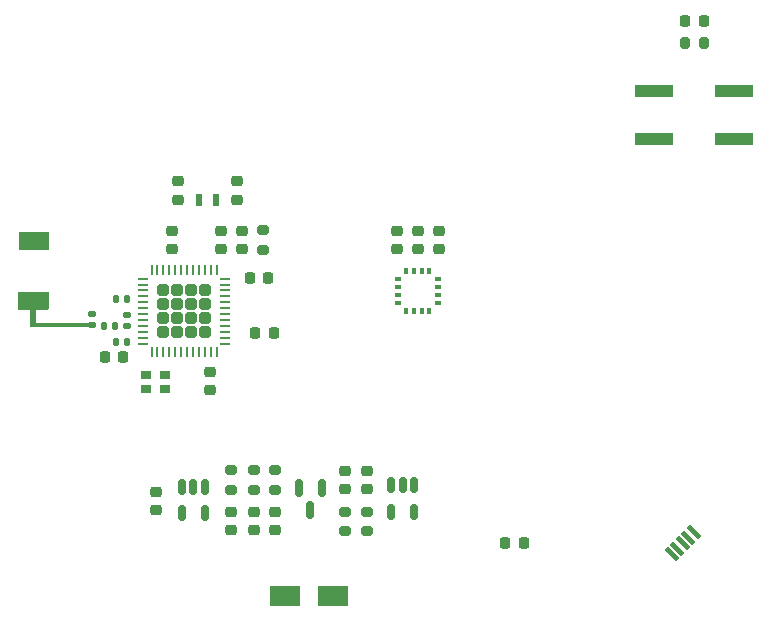
<source format=gbr>
%TF.GenerationSoftware,KiCad,Pcbnew,(6.0.1)*%
%TF.CreationDate,2022-03-12T16:33:18+00:00*%
%TF.ProjectId,Ball_Remote_Components,42616c6c-5f52-4656-9d6f-74655f436f6d,rev?*%
%TF.SameCoordinates,Original*%
%TF.FileFunction,Paste,Top*%
%TF.FilePolarity,Positive*%
%FSLAX46Y46*%
G04 Gerber Fmt 4.6, Leading zero omitted, Abs format (unit mm)*
G04 Created by KiCad (PCBNEW (6.0.1)) date 2022-03-12 16:33:18*
%MOMM*%
%LPD*%
G01*
G04 APERTURE LIST*
G04 Aperture macros list*
%AMRoundRect*
0 Rectangle with rounded corners*
0 $1 Rounding radius*
0 $2 $3 $4 $5 $6 $7 $8 $9 X,Y pos of 4 corners*
0 Add a 4 corners polygon primitive as box body*
4,1,4,$2,$3,$4,$5,$6,$7,$8,$9,$2,$3,0*
0 Add four circle primitives for the rounded corners*
1,1,$1+$1,$2,$3*
1,1,$1+$1,$4,$5*
1,1,$1+$1,$6,$7*
1,1,$1+$1,$8,$9*
0 Add four rect primitives between the rounded corners*
20,1,$1+$1,$2,$3,$4,$5,0*
20,1,$1+$1,$4,$5,$6,$7,0*
20,1,$1+$1,$6,$7,$8,$9,0*
20,1,$1+$1,$8,$9,$2,$3,0*%
%AMRotRect*
0 Rectangle, with rotation*
0 The origin of the aperture is its center*
0 $1 length*
0 $2 width*
0 $3 Rotation angle, in degrees counterclockwise*
0 Add horizontal line*
21,1,$1,$2,0,0,$3*%
%AMFreePoly0*
4,1,21,4.785355,0.185355,4.800000,0.150000,4.800000,-1.300000,5.800000,-1.300000,5.835355,-1.314645,5.850000,-1.350000,5.850000,-2.750000,5.835355,-2.785355,5.800000,-2.800000,3.300000,-2.800000,3.264645,-2.785355,3.250000,-2.750000,3.250000,-1.350000,3.264645,-1.314645,3.300000,-1.300000,4.300000,-1.300000,4.300000,-0.200000,-0.100000,-0.200000,-0.100000,0.200000,4.750000,0.200000,
4.785355,0.185355,4.785355,0.185355,$1*%
G04 Aperture macros list end*
%ADD10RoundRect,0.200000X-0.275000X0.200000X-0.275000X-0.200000X0.275000X-0.200000X0.275000X0.200000X0*%
%ADD11RoundRect,0.225000X0.225000X0.250000X-0.225000X0.250000X-0.225000X-0.250000X0.225000X-0.250000X0*%
%ADD12RoundRect,0.218750X-0.218750X-0.256250X0.218750X-0.256250X0.218750X0.256250X-0.218750X0.256250X0*%
%ADD13R,0.900000X0.800000*%
%ADD14RoundRect,0.225000X0.250000X-0.225000X0.250000X0.225000X-0.250000X0.225000X-0.250000X-0.225000X0*%
%ADD15RoundRect,0.225000X-0.250000X0.225000X-0.250000X-0.225000X0.250000X-0.225000X0.250000X0.225000X0*%
%ADD16RoundRect,0.150000X-0.150000X0.512500X-0.150000X-0.512500X0.150000X-0.512500X0.150000X0.512500X0*%
%ADD17RoundRect,0.200000X0.275000X-0.200000X0.275000X0.200000X-0.275000X0.200000X-0.275000X-0.200000X0*%
%ADD18RotRect,1.350000X0.400000X135.000000*%
%ADD19RoundRect,0.225000X-0.225000X-0.250000X0.225000X-0.250000X0.225000X0.250000X-0.225000X0.250000X0*%
%ADD20RoundRect,0.140000X0.170000X-0.140000X0.170000X0.140000X-0.170000X0.140000X-0.170000X-0.140000X0*%
%ADD21RoundRect,0.200000X0.200000X0.275000X-0.200000X0.275000X-0.200000X-0.275000X0.200000X-0.275000X0*%
%ADD22RoundRect,0.062500X-0.375000X0.062500X-0.375000X-0.062500X0.375000X-0.062500X0.375000X0.062500X0*%
%ADD23RoundRect,0.062500X-0.062500X0.375000X-0.062500X-0.375000X0.062500X-0.375000X0.062500X0.375000X0*%
%ADD24RoundRect,0.249323X-0.249323X0.249323X-0.249323X-0.249323X0.249323X-0.249323X0.249323X0.249323X0*%
%ADD25R,3.200000X1.000000*%
%ADD26R,2.500000X1.800000*%
%ADD27RoundRect,0.150000X-0.150000X0.587500X-0.150000X-0.587500X0.150000X-0.587500X0.150000X0.587500X0*%
%ADD28RoundRect,0.147500X0.147500X0.172500X-0.147500X0.172500X-0.147500X-0.172500X0.147500X-0.172500X0*%
%ADD29RoundRect,0.140000X0.140000X0.170000X-0.140000X0.170000X-0.140000X-0.170000X0.140000X-0.170000X0*%
%ADD30RoundRect,0.100000X-0.100000X-0.175000X0.100000X-0.175000X0.100000X0.175000X-0.100000X0.175000X0*%
%ADD31RoundRect,0.100000X-0.175000X-0.100000X0.175000X-0.100000X0.175000X0.100000X-0.175000X0.100000X0*%
%ADD32R,2.600000X1.500000*%
%ADD33FreePoly0,180.000000*%
%ADD34R,0.600000X1.100000*%
G04 APERTURE END LIST*
D10*
%TO.C,R5*%
X132200000Y-121975000D03*
X132200000Y-123625000D03*
%TD*%
D11*
%TO.C,C8*%
X119625000Y-112400000D03*
X121175000Y-112400000D03*
%TD*%
D12*
%TO.C,D1*%
X168712500Y-83900000D03*
X170287500Y-83900000D03*
%TD*%
D13*
%TO.C,Y1*%
X123075000Y-113875000D03*
X124725000Y-113875000D03*
X124725000Y-115125000D03*
X123075000Y-115125000D03*
%TD*%
D14*
%TO.C,C3*%
X129400000Y-101725000D03*
X129400000Y-103275000D03*
%TD*%
D15*
%TO.C,C1*%
X125300000Y-103275000D03*
X125300000Y-101725000D03*
%TD*%
%TO.C,C5*%
X128500000Y-115175000D03*
X128500000Y-113625000D03*
%TD*%
D16*
%TO.C,U3*%
X145750000Y-123262500D03*
X144800000Y-123262500D03*
X143850000Y-123262500D03*
X143850000Y-125537500D03*
X145750000Y-125537500D03*
%TD*%
D17*
%TO.C,R3*%
X139900000Y-127125000D03*
X139900000Y-125475000D03*
%TD*%
D18*
%TO.C,J1*%
X167610733Y-129061711D03*
X168070352Y-128602091D03*
X168529972Y-128142472D03*
X168989591Y-127682852D03*
X169449211Y-127223233D03*
%TD*%
D12*
%TO.C,D3*%
X153512500Y-128100000D03*
X155087500Y-128100000D03*
%TD*%
D19*
%TO.C,C7*%
X133893750Y-110381250D03*
X132343750Y-110381250D03*
%TD*%
D14*
%TO.C,C2*%
X131200000Y-101725000D03*
X131200000Y-103275000D03*
%TD*%
D20*
%TO.C,C15*%
X121500000Y-108790000D03*
X121500000Y-109750000D03*
%TD*%
D14*
%TO.C,C17*%
X141800000Y-123575000D03*
X141800000Y-122025000D03*
%TD*%
D17*
%TO.C,R4*%
X134000000Y-123625000D03*
X134000000Y-121975000D03*
%TD*%
D15*
%TO.C,C13*%
X125800000Y-99075000D03*
X125800000Y-97525000D03*
%TD*%
D19*
%TO.C,C6*%
X133393750Y-105700000D03*
X131843750Y-105700000D03*
%TD*%
D17*
%TO.C,R6*%
X141800000Y-127125000D03*
X141800000Y-125475000D03*
%TD*%
D21*
%TO.C,R1*%
X170325000Y-85800000D03*
X168675000Y-85800000D03*
%TD*%
D15*
%TO.C,C12*%
X130800000Y-99075000D03*
X130800000Y-97525000D03*
%TD*%
D14*
%TO.C,C10*%
X146100000Y-103275000D03*
X146100000Y-101725000D03*
%TD*%
D22*
%TO.C,U1*%
X129737500Y-105750000D03*
X129737500Y-106250000D03*
X129737500Y-106750000D03*
X129737500Y-107250000D03*
X129737500Y-107750000D03*
X129737500Y-108250000D03*
X129737500Y-108750000D03*
X129737500Y-109250000D03*
X129737500Y-109750000D03*
X129737500Y-110250000D03*
X129737500Y-110750000D03*
X129737500Y-111250000D03*
D23*
X129050000Y-111937500D03*
X128550000Y-111937500D03*
X128050000Y-111937500D03*
X127550000Y-111937500D03*
X127050000Y-111937500D03*
X126550000Y-111937500D03*
X126050000Y-111937500D03*
X125550000Y-111937500D03*
X125050000Y-111937500D03*
X124550000Y-111937500D03*
X124050000Y-111937500D03*
X123550000Y-111937500D03*
D22*
X122862500Y-111250000D03*
X122862500Y-110750000D03*
X122862500Y-110250000D03*
X122862500Y-109750000D03*
X122862500Y-109250000D03*
X122862500Y-108750000D03*
X122862500Y-108250000D03*
X122862500Y-107750000D03*
X122862500Y-107250000D03*
X122862500Y-106750000D03*
X122862500Y-106250000D03*
X122862500Y-105750000D03*
D23*
X123550000Y-105062500D03*
X124050000Y-105062500D03*
X124550000Y-105062500D03*
X125050000Y-105062500D03*
X125550000Y-105062500D03*
X126050000Y-105062500D03*
X126550000Y-105062500D03*
X127050000Y-105062500D03*
X127550000Y-105062500D03*
X128050000Y-105062500D03*
X128550000Y-105062500D03*
X129050000Y-105062500D03*
D24*
X126881250Y-109081250D03*
X125718750Y-109081250D03*
X126881250Y-107918750D03*
X125718750Y-110243750D03*
X125718750Y-106756250D03*
X126881250Y-110243750D03*
X126881250Y-106756250D03*
X124556250Y-109081250D03*
X124556250Y-106756250D03*
X124556250Y-110243750D03*
X128043750Y-109081250D03*
X128043750Y-110243750D03*
X128043750Y-106756250D03*
X128043750Y-107918750D03*
X124556250Y-107918750D03*
X125718750Y-107918750D03*
%TD*%
D25*
%TO.C,CONNECT1*%
X172900000Y-89900000D03*
X166100000Y-89900000D03*
X172900000Y-93900000D03*
X166100000Y-93900000D03*
%TD*%
D15*
%TO.C,C19*%
X134000000Y-125525000D03*
X134000000Y-127075000D03*
%TD*%
%TO.C,C20*%
X132200000Y-125525000D03*
X132200000Y-127075000D03*
%TD*%
D26*
%TO.C,D2*%
X134875000Y-132587500D03*
X138875000Y-132587500D03*
%TD*%
D17*
%TO.C,R7*%
X130300000Y-123625000D03*
X130300000Y-121975000D03*
%TD*%
%TO.C,R2*%
X133018750Y-101656250D03*
X133018750Y-103306250D03*
%TD*%
D14*
%TO.C,C22*%
X130300000Y-127075000D03*
X130300000Y-125525000D03*
%TD*%
D16*
%TO.C,U4*%
X128050000Y-123362500D03*
X127100000Y-123362500D03*
X126150000Y-123362500D03*
X126150000Y-125637500D03*
X128050000Y-125637500D03*
%TD*%
D27*
%TO.C,Q1*%
X137950000Y-123462500D03*
X136050000Y-123462500D03*
X137000000Y-125337500D03*
%TD*%
D15*
%TO.C,C18*%
X139900000Y-122025000D03*
X139900000Y-123575000D03*
%TD*%
D28*
%TO.C,L1*%
X119515000Y-109750000D03*
X120485000Y-109750000D03*
%TD*%
D29*
%TO.C,C9*%
X120520000Y-111100000D03*
X121480000Y-111100000D03*
%TD*%
D14*
%TO.C,C11*%
X144300000Y-103275000D03*
X144300000Y-101725000D03*
%TD*%
%TO.C,C21*%
X123900000Y-125375000D03*
X123900000Y-123825000D03*
%TD*%
D30*
%TO.C,U2*%
X145125000Y-105100000D03*
X145775000Y-105100000D03*
X146425000Y-105100000D03*
X147075000Y-105100000D03*
D31*
X147800000Y-105825000D03*
X147800000Y-106475000D03*
X147800000Y-107125000D03*
X147800000Y-107775000D03*
D30*
X147075000Y-108500000D03*
X146425000Y-108500000D03*
X145775000Y-108500000D03*
X145125000Y-108500000D03*
D31*
X144400000Y-107775000D03*
X144400000Y-107125000D03*
X144400000Y-106475000D03*
X144400000Y-105825000D03*
%TD*%
D29*
%TO.C,C4*%
X120520000Y-107500000D03*
X121480000Y-107500000D03*
%TD*%
D20*
%TO.C,C16*%
X118500000Y-108760000D03*
X118500000Y-109720000D03*
%TD*%
D14*
%TO.C,C14*%
X147900000Y-103275000D03*
X147900000Y-101725000D03*
%TD*%
D32*
%TO.C,AE1*%
X113575000Y-102550000D03*
D33*
X118125000Y-109700000D03*
%TD*%
D34*
%TO.C,Y2*%
X127600000Y-99100000D03*
X129000000Y-99100000D03*
%TD*%
M02*

</source>
